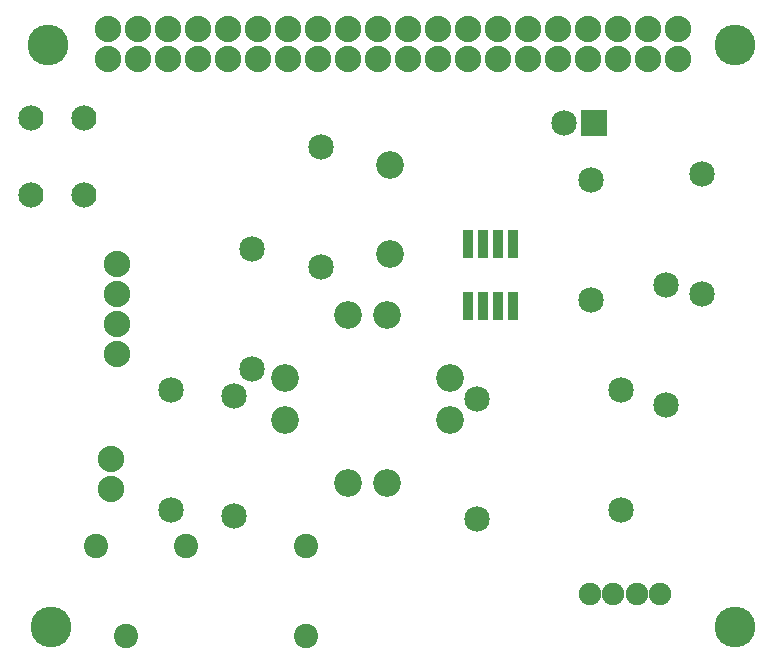
<source format=gts>
G04 MADE WITH FRITZING*
G04 WWW.FRITZING.ORG*
G04 DOUBLE SIDED*
G04 HOLES PLATED*
G04 CONTOUR ON CENTER OF CONTOUR VECTOR*
%ASAXBY*%
%FSLAX23Y23*%
%MOIN*%
%OFA0B0*%
%SFA1.0B1.0*%
%ADD10C,0.088000*%
%ADD11C,0.084000*%
%ADD12C,0.081181*%
%ADD13C,0.075000*%
%ADD14C,0.085000*%
%ADD15C,0.092000*%
%ADD16C,0.135984*%
%ADD17R,0.085000X0.085000*%
%ADD18R,0.034000X0.097000*%
%ADD19C,0.030000*%
%LNMASK1*%
G90*
G70*
G54D10*
X339Y2133D03*
X439Y2133D03*
X539Y2133D03*
X639Y2133D03*
X739Y2133D03*
X839Y2133D03*
X939Y2133D03*
X1039Y2133D03*
X1139Y2133D03*
X1239Y2133D03*
X1339Y2133D03*
X1439Y2133D03*
X1539Y2133D03*
X1639Y2133D03*
X1739Y2133D03*
X1839Y2133D03*
X1939Y2133D03*
X2039Y2133D03*
X2139Y2133D03*
X2239Y2133D03*
X339Y2133D03*
X439Y2133D03*
X539Y2133D03*
X639Y2133D03*
X739Y2133D03*
X839Y2133D03*
X939Y2133D03*
X1039Y2133D03*
X1139Y2133D03*
X1239Y2133D03*
X1339Y2133D03*
X1439Y2133D03*
X1539Y2133D03*
X1639Y2133D03*
X1739Y2133D03*
X1839Y2133D03*
X1939Y2133D03*
X2039Y2133D03*
X2139Y2133D03*
X2239Y2133D03*
X2239Y2033D03*
X2139Y2033D03*
X2039Y2033D03*
X1939Y2033D03*
X1839Y2033D03*
X1739Y2033D03*
X1639Y2033D03*
X1539Y2033D03*
X1439Y2033D03*
X1339Y2033D03*
X1239Y2033D03*
X1139Y2033D03*
X1039Y2033D03*
X939Y2033D03*
X839Y2033D03*
X739Y2033D03*
X639Y2033D03*
X539Y2033D03*
X439Y2033D03*
X339Y2033D03*
X339Y2133D03*
X439Y2133D03*
X539Y2133D03*
X639Y2133D03*
X739Y2133D03*
X839Y2133D03*
X939Y2133D03*
X1039Y2133D03*
X1139Y2133D03*
X1239Y2133D03*
X1339Y2133D03*
X1439Y2133D03*
X1539Y2133D03*
X1639Y2133D03*
X1739Y2133D03*
X1839Y2133D03*
X1939Y2133D03*
X2039Y2133D03*
X2139Y2133D03*
X2239Y2133D03*
X339Y2133D03*
X439Y2133D03*
X539Y2133D03*
X639Y2133D03*
X739Y2133D03*
X839Y2133D03*
X939Y2133D03*
X1039Y2133D03*
X1139Y2133D03*
X1239Y2133D03*
X1339Y2133D03*
X1439Y2133D03*
X1539Y2133D03*
X1639Y2133D03*
X1739Y2133D03*
X1839Y2133D03*
X1939Y2133D03*
X2039Y2133D03*
X2139Y2133D03*
X2239Y2133D03*
X2239Y2033D03*
X2139Y2033D03*
X2039Y2033D03*
X1939Y2033D03*
X1839Y2033D03*
X1739Y2033D03*
X1639Y2033D03*
X1539Y2033D03*
X1439Y2033D03*
X1339Y2033D03*
X1239Y2033D03*
X1139Y2033D03*
X1039Y2033D03*
X939Y2033D03*
X839Y2033D03*
X739Y2033D03*
X639Y2033D03*
X539Y2033D03*
X439Y2033D03*
X339Y2033D03*
X350Y699D03*
X350Y599D03*
X370Y1349D03*
X370Y1249D03*
X370Y1149D03*
X370Y1049D03*
G54D11*
X260Y1835D03*
X260Y1579D03*
X82Y1835D03*
X82Y1579D03*
X260Y1835D03*
X260Y1579D03*
X82Y1835D03*
X82Y1579D03*
G54D12*
X400Y109D03*
X1000Y109D03*
X1000Y409D03*
X300Y409D03*
X600Y409D03*
X400Y109D03*
X1000Y109D03*
X1000Y409D03*
X300Y409D03*
X600Y409D03*
G54D13*
X1944Y249D03*
X2023Y249D03*
X2102Y249D03*
X2180Y249D03*
G54D14*
X1950Y1629D03*
X1950Y1229D03*
X1050Y1739D03*
X1050Y1339D03*
X820Y1399D03*
X820Y999D03*
X1570Y899D03*
X1570Y499D03*
X760Y909D03*
X760Y509D03*
X550Y929D03*
X550Y529D03*
X2200Y1279D03*
X2200Y879D03*
X2050Y929D03*
X2050Y529D03*
X2320Y1649D03*
X2320Y1249D03*
G54D15*
X1280Y1679D03*
X1280Y1381D03*
X1140Y619D03*
X930Y829D03*
X1140Y1179D03*
X930Y968D03*
X1480Y829D03*
X1270Y618D03*
X1480Y969D03*
X1270Y1179D03*
G54D14*
X1960Y1819D03*
X1860Y1819D03*
G54D16*
X2430Y139D03*
X150Y139D03*
X140Y2079D03*
X2430Y2079D03*
G54D17*
X1960Y1819D03*
G54D18*
X1540Y1209D03*
X1590Y1209D03*
X1640Y1209D03*
X1690Y1209D03*
X1690Y1415D03*
X1640Y1415D03*
X1590Y1415D03*
X1540Y1415D03*
G54D19*
G36*
X1311Y1649D02*
X1249Y1649D01*
X1249Y1711D01*
X1311Y1711D01*
X1311Y1649D01*
G37*
D02*
G36*
X1097Y618D02*
X1141Y662D01*
X1185Y618D01*
X1141Y574D01*
X1097Y618D01*
G37*
D02*
G36*
X1141Y1136D02*
X1097Y1179D01*
X1141Y1223D01*
X1185Y1179D01*
X1141Y1136D01*
G37*
D02*
G36*
X1481Y786D02*
X1437Y829D01*
X1481Y873D01*
X1525Y829D01*
X1481Y786D01*
G37*
D02*
G36*
X1437Y968D02*
X1481Y1012D01*
X1525Y968D01*
X1481Y924D01*
X1437Y968D01*
G37*
D02*
G04 End of Mask1*
M02*
</source>
